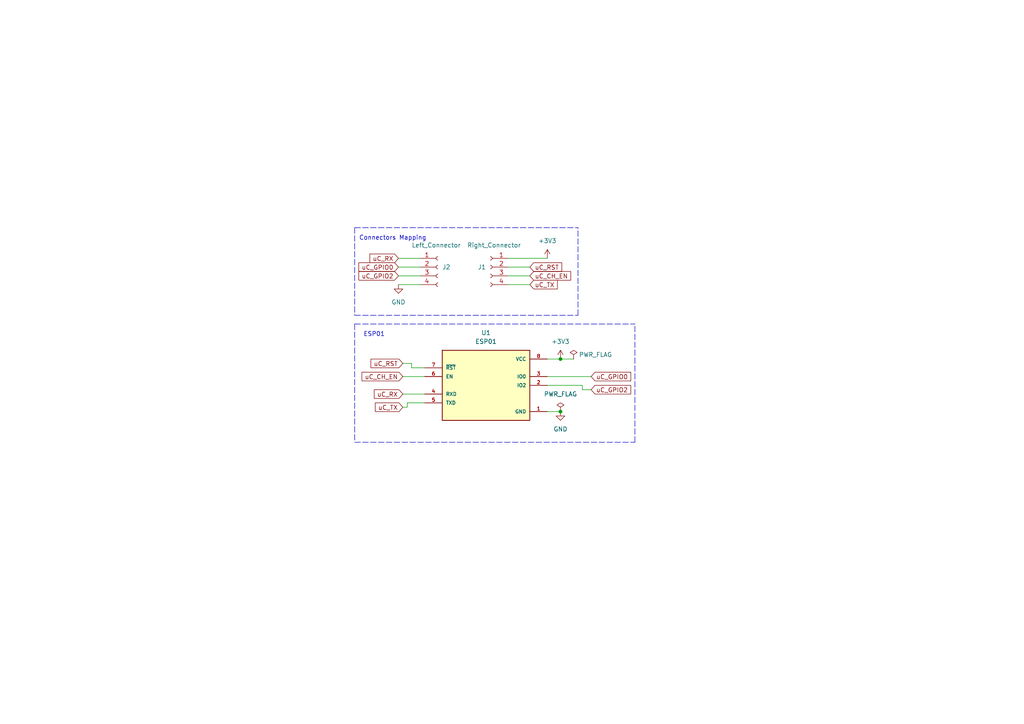
<source format=kicad_sch>
(kicad_sch (version 20211123) (generator eeschema)
  (paper "A4")
  (lib_symbols
    (symbol "Connector:Conn_01x04_Female" (pin_names (offset 1.016) hide)
      (property "Reference" "J" (at 0 5.08 0))
      (property "Value" "Conn_01x04_Female" (at 0 -7.62 0))
      (symbol "Conn_01x04_Female_1_1"
        (arc (start 0 -4.572) (mid -0.508 -5.08) (end 0 -5.588) (stroke (width 0.1524)))
        (arc (start 0 -2.032) (mid -0.508 -2.54) (end 0 -3.048) (stroke (width 0.1524)))
        (polyline (pts (xy -1.27 -5.08) (xy -0.508 -5.08)) (stroke (width 0.1524)))
        (polyline (pts (xy -1.27 -2.54) (xy -0.508 -2.54)) (stroke (width 0.1524)))
        (polyline (pts (xy -1.27 0) (xy -0.508 0)) (stroke (width 0.1524)))
        (polyline (pts (xy -1.27 2.54) (xy -0.508 2.54)) (stroke (width 0.1524)))
        (arc (start 0 0.508) (mid -0.508 0) (end 0 -0.508) (stroke (width 0.1524)))
        (arc (start 0 3.048) (mid -0.508 2.54) (end 0 2.032) (stroke (width 0.1524)))
        (pin passive line (at -5.08 2.54 0) (length 3.81) (name "Pin_1") (number "1"))
        (pin passive line (at -5.08 0 0) (length 3.81) (name "Pin_2") (number "2"))
        (pin passive line (at -5.08 -2.54 0) (length 3.81) (name "Pin_3") (number "3"))
        (pin passive line (at -5.08 -5.08 0) (length 3.81) (name "Pin_4") (number "4"))
      )
    )
    (symbol "my_esp01:ESP01" (pin_names (offset 1.016))
      (property "Reference" "U" (at -12.7 10.668 0))
      (property "Value" "ESP01" (at -3.81 -12.7 0))
      (symbol "ESP01_0_0"
        (rectangle (start -12.7 -10.16) (end 12.7 10.16) (stroke (width 0.254)) (fill (type background)))
        (pin power_in line (at 17.78 -7.62 180) (length 5.08) (name "GND") (number "1"))
        (pin bidirectional line (at 17.78 0 180) (length 5.08) (name "IO2") (number "2"))
        (pin bidirectional line (at 17.78 2.54 180) (length 5.08) (name "IO0") (number "3"))
        (pin input line (at -17.78 -2.54 0) (length 5.08) (name "RXD") (number "4"))
        (pin output line (at -17.78 -5.08 0) (length 5.08) (name "TXD") (number "5"))
        (pin input line (at -17.78 2.54 0) (length 5.08) (name "EN") (number "6"))
        (pin input line (at -17.78 5.08 0) (length 5.08) (name "~{RST}") (number "7"))
        (pin power_in line (at 17.78 7.62 180) (length 5.08) (name "VCC") (number "8"))
      )
    )
    (symbol "power:+3.3V" (power) (pin_names (offset 0))
      (property "Value" "+3.3V" (at 0 3.556 0))
      (symbol "+3.3V_0_1"
        (polyline (pts (xy -0.762 1.27) (xy 0 2.54)))
        (polyline (pts (xy 0 0) (xy 0 2.54)))
        (polyline (pts (xy 0 2.54) (xy 0.762 1.27)))
      )
      (symbol "+3.3V_1_1"
        (pin power_in line (at 0 0 90) (length 0) hide (name "+3V3") (number "1"))
      )
    )
    (symbol "power:GND" (power) (pin_names (offset 0))
      (property "Value" "GND" (at 0 -3.81 0))
      (symbol "GND_0_1"
        (polyline (pts (xy 0 0) (xy 0 -1.27) (xy 1.27 -1.27) (xy 0 -2.54) (xy -1.27 -1.27) (xy 0 -1.27)))
      )
      (symbol "GND_1_1"
        (pin power_in line (at 0 0 270) (length 0) hide (name "GND") (number "1"))
      )
    )
    (symbol "power:PWR_FLAG" (power) (pin_numbers hide) (pin_names (offset 0) hide)
      (property "Value" "PWR_FLAG" (at 0 3.81 0))
      (symbol "PWR_FLAG_0_0"
        (pin power_out line (at 0 0 90) (length 0) (name "pwr") (number "1"))
      )
      (symbol "PWR_FLAG_0_1"
        (polyline (pts (xy 0 0) (xy 0 1.27) (xy -1.016 1.905) (xy 0 2.54) (xy 1.016 1.905) (xy 0 1.27)))
      )
    )
  )
  (junction (at 162.56 119.38))
  (junction (at 162.56 104.14))
  (wire (pts (xy 168.91 113.03) (xy 171.45 113.03)))
  (wire (pts (xy 123.19 106.68) (xy 119.38 106.68)))
  (polyline (pts (xy 102.87 93.98) (xy 184.15 93.98)))
  (polyline (pts (xy 102.87 91.44) (xy 167.64 91.44)))
  (wire (pts (xy 158.75 111.76) (xy 168.91 111.76)))
  (wire (pts (xy 147.32 80.01) (xy 153.67 80.01)))
  (wire (pts (xy 147.32 82.55) (xy 153.67 82.55)))
  (polyline (pts (xy 102.87 66.04) (xy 102.87 91.44)))
  (wire (pts (xy 116.84 114.3) (xy 123.19 114.3)))
  (wire (pts (xy 115.57 74.93) (xy 121.92 74.93)))
  (wire (pts (xy 162.56 104.14) (xy 166.37 104.14)))
  (wire (pts (xy 147.32 74.93) (xy 158.75 74.93)))
  (wire (pts (xy 119.38 105.41) (xy 116.84 105.41)))
  (polyline (pts (xy 184.15 128.27) (xy 184.15 93.98)))
  (wire (pts (xy 115.57 77.47) (xy 121.92 77.47)))
  (wire (pts (xy 123.19 116.84) (xy 118.11 116.84)))
  (wire (pts (xy 158.75 119.38) (xy 162.56 119.38)))
  (wire (pts (xy 116.84 109.22) (xy 123.19 109.22)))
  (wire (pts (xy 115.57 82.55) (xy 121.92 82.55)))
  (wire (pts (xy 118.11 118.11) (xy 116.84 118.11)))
  (wire (pts (xy 147.32 77.47) (xy 153.67 77.47)))
  (wire (pts (xy 168.91 111.76) (xy 168.91 113.03)))
  (polyline (pts (xy 167.64 91.44) (xy 167.64 66.04)))
  (polyline (pts (xy 102.87 93.98) (xy 102.87 128.27)))
  (polyline (pts (xy 102.87 128.27) (xy 184.15 128.27)))
  (wire (pts (xy 158.75 109.22) (xy 171.45 109.22)))
  (wire (pts (xy 158.75 104.14) (xy 162.56 104.14)))
  (wire (pts (xy 118.11 116.84) (xy 118.11 118.11)))
  (wire (pts (xy 119.38 106.68) (xy 119.38 105.41)))
  (wire (pts (xy 115.57 80.01) (xy 121.92 80.01)))
  (polyline (pts (xy 102.87 66.04) (xy 167.64 66.04)))
  (text "ESP01\n" (at 105.41 97.79 0) (effects (font (size 1.27 1.27)) (justify left bottom)))
  (text "Connectors Mapping\n" (at 104.14 69.85 0) (effects (font (size 1.27 1.27)) (justify left bottom)))
  (global_label "uC_GPIO0" (shape input) (at 171.45 109.22 0) (property "Intersheet References" "${INTERSHEET_REFS}" (effects hide)))
  (global_label "uC_RX" (shape input) (at 115.57 74.93 180) (property "Intersheet References" "${INTERSHEET_REFS}" (effects hide)))
  (global_label "uC_RX" (shape input) (at 116.84 114.3 180) (property "Intersheet References" "${INTERSHEET_REFS}" (effects hide)))
  (global_label "uC_GPIO0" (shape input) (at 115.57 77.47 180) (property "Intersheet References" "${INTERSHEET_REFS}" (effects hide)))
  (global_label "uC_GPIO2" (shape input) (at 171.45 113.03 0) (property "Intersheet References" "${INTERSHEET_REFS}" (effects hide)))
  (global_label "uC_TX" (shape input) (at 153.67 82.55 0) (property "Intersheet References" "${INTERSHEET_REFS}" (effects hide)))
  (global_label "uC_RST" (shape input) (at 116.84 105.41 180) (property "Intersheet References" "${INTERSHEET_REFS}" (effects hide)))
  (global_label "uC_TX" (shape input) (at 116.84 118.11 180) (property "Intersheet References" "${INTERSHEET_REFS}" (effects hide)))
  (global_label "uC_CH_EN" (shape input) (at 153.67 80.01 0) (property "Intersheet References" "${INTERSHEET_REFS}" (effects hide)))
  (global_label "uC_CH_EN" (shape input) (at 116.84 109.22 180) (property "Intersheet References" "${INTERSHEET_REFS}" (effects hide)))
  (global_label "uC_RST" (shape input) (at 153.67 77.47 0) (property "Intersheet References" "${INTERSHEET_REFS}" (effects hide)))
  (global_label "uC_GPIO2" (shape input) (at 115.57 80.01 180) (property "Intersheet References" "${INTERSHEET_REFS}" (effects hide)))
  (symbol (lib_id "my_esp01:ESP01") (at 140.97 111.76 0) (unit 1)
    (property "Reference" "U1" (at 140.97 96.52 0))
    (property "Value" "ESP01" (at 140.97 99.06 0))
    (property "Footprint" "ESP01:XCVR_ESP8266-01_ESP-01" (effects hide))
    (property "PARTREV" "V1.2" (effects hide))
    (property "STANDARD" "Manufacturer recommendations or IPC 7351B" (effects hide))
    (property "MAXIMUM_PACKAGE_HEIGHT" "11.2 mm" (effects hide))
    (property "MANUFACTURER" "ESPRESSIF" (effects hide))
  )
  (symbol (lib_id "power:GND") (at 162.56 119.38 0) (unit 1)
    (property "Reference" "#PWR0102" (effects hide))
    (property "Value" "GND" (at 162.56 124.46 0))
  )
  (symbol (lib_id "power:+3.3V") (at 162.56 104.14 0) (unit 1)
    (property "Reference" "#PWR0101" (effects hide))
    (property "Value" "+3.3V" (at 162.56 99.06 0))
  )
  (symbol (lib_id "Connector:Conn_01x04_Female") (at 142.24 77.47 0) (mirror y) (unit 1)
    (property "Reference" "J1" (at 140.97 77.4699 0) (effects (justify left)))
    (property "Value" "Right_Connector" (at 151.13 71.12 0) (effects (justify left)))
    (property "Footprint" "Connector_PinHeader_2.54mm:PinHeader_1x04_P2.54mm_Vertical" (effects hide))
  )
  (symbol (lib_id "power:+3.3V") (at 158.75 74.93 0) (unit 1)
    (property "Reference" "#PWR02" (effects hide))
    (property "Value" "+3.3V" (at 158.75 69.85 0))
  )
  (symbol (lib_id "power:PWR_FLAG") (at 162.56 119.38 0) (unit 1)
    (property "Reference" "#FLG0102" (effects hide))
    (property "Value" "PWR_FLAG" (at 162.56 114.3 0))
  )
  (symbol (lib_id "Connector:Conn_01x04_Female") (at 127 77.47 0) (unit 1)
    (property "Reference" "J2" (at 128.27 77.4699 0) (effects (justify left)))
    (property "Value" "Left_Connector" (at 119.38 71.12 0) (effects (justify left)))
    (property "Footprint" "Connector_PinHeader_2.54mm:PinHeader_1x04_P2.54mm_Vertical" (effects hide))
  )
  (symbol (lib_id "power:PWR_FLAG") (at 166.37 104.14 0) (unit 1)
    (property "Reference" "#FLG01" (effects hide))
    (property "Value" "PWR_FLAG" (at 172.72 102.87 0))
  )
  (symbol (lib_id "power:GND") (at 115.57 82.55 0) (unit 1)
    (property "Reference" "#PWR01" (effects hide))
    (property "Value" "GND" (at 115.57 87.63 0))
  )
)
</source>
